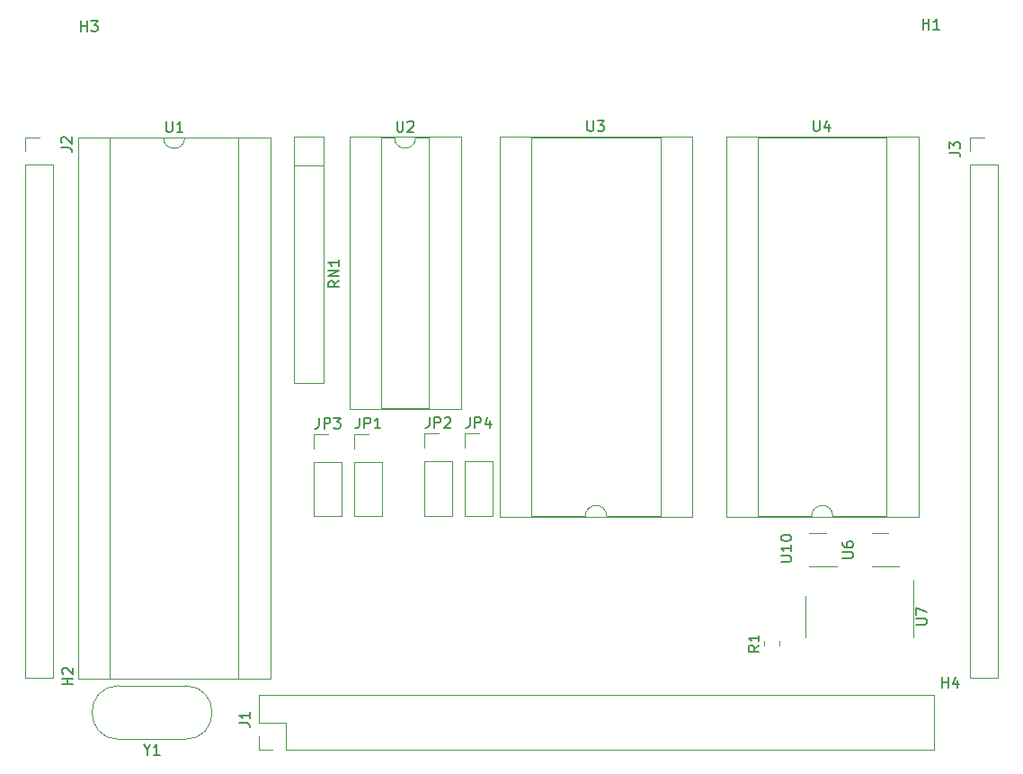
<source format=gbr>
%TF.GenerationSoftware,KiCad,Pcbnew,7.0.7*%
%TF.CreationDate,2023-10-02T10:19:24+01:00*%
%TF.ProjectId,8052-MCU,38303532-2d4d-4435-952e-6b696361645f,0.1*%
%TF.SameCoordinates,Original*%
%TF.FileFunction,Legend,Top*%
%TF.FilePolarity,Positive*%
%FSLAX46Y46*%
G04 Gerber Fmt 4.6, Leading zero omitted, Abs format (unit mm)*
G04 Created by KiCad (PCBNEW 7.0.7) date 2023-10-02 10:19:24*
%MOMM*%
%LPD*%
G01*
G04 APERTURE LIST*
%ADD10C,0.150000*%
%ADD11C,0.120000*%
G04 APERTURE END LIST*
D10*
X89698095Y-52099819D02*
X89698095Y-52909342D01*
X89698095Y-52909342D02*
X89745714Y-53004580D01*
X89745714Y-53004580D02*
X89793333Y-53052200D01*
X89793333Y-53052200D02*
X89888571Y-53099819D01*
X89888571Y-53099819D02*
X90079047Y-53099819D01*
X90079047Y-53099819D02*
X90174285Y-53052200D01*
X90174285Y-53052200D02*
X90221904Y-53004580D01*
X90221904Y-53004580D02*
X90269523Y-52909342D01*
X90269523Y-52909342D02*
X90269523Y-52099819D01*
X90698095Y-52195057D02*
X90745714Y-52147438D01*
X90745714Y-52147438D02*
X90840952Y-52099819D01*
X90840952Y-52099819D02*
X91079047Y-52099819D01*
X91079047Y-52099819D02*
X91174285Y-52147438D01*
X91174285Y-52147438D02*
X91221904Y-52195057D01*
X91221904Y-52195057D02*
X91269523Y-52290295D01*
X91269523Y-52290295D02*
X91269523Y-52385533D01*
X91269523Y-52385533D02*
X91221904Y-52528390D01*
X91221904Y-52528390D02*
X90650476Y-53099819D01*
X90650476Y-53099819D02*
X91269523Y-53099819D01*
X141038095Y-105454819D02*
X141038095Y-104454819D01*
X141038095Y-104931009D02*
X141609523Y-104931009D01*
X141609523Y-105454819D02*
X141609523Y-104454819D01*
X142514285Y-104788152D02*
X142514285Y-105454819D01*
X142276190Y-104407200D02*
X142038095Y-105121485D01*
X142038095Y-105121485D02*
X142657142Y-105121485D01*
X59154819Y-105161904D02*
X58154819Y-105161904D01*
X58631009Y-105161904D02*
X58631009Y-104590476D01*
X59154819Y-104590476D02*
X58154819Y-104590476D01*
X58250057Y-104161904D02*
X58202438Y-104114285D01*
X58202438Y-104114285D02*
X58154819Y-104019047D01*
X58154819Y-104019047D02*
X58154819Y-103780952D01*
X58154819Y-103780952D02*
X58202438Y-103685714D01*
X58202438Y-103685714D02*
X58250057Y-103638095D01*
X58250057Y-103638095D02*
X58345295Y-103590476D01*
X58345295Y-103590476D02*
X58440533Y-103590476D01*
X58440533Y-103590476D02*
X58583390Y-103638095D01*
X58583390Y-103638095D02*
X59154819Y-104209523D01*
X59154819Y-104209523D02*
X59154819Y-103590476D01*
X92766666Y-79994819D02*
X92766666Y-80709104D01*
X92766666Y-80709104D02*
X92719047Y-80851961D01*
X92719047Y-80851961D02*
X92623809Y-80947200D01*
X92623809Y-80947200D02*
X92480952Y-80994819D01*
X92480952Y-80994819D02*
X92385714Y-80994819D01*
X93242857Y-80994819D02*
X93242857Y-79994819D01*
X93242857Y-79994819D02*
X93623809Y-79994819D01*
X93623809Y-79994819D02*
X93719047Y-80042438D01*
X93719047Y-80042438D02*
X93766666Y-80090057D01*
X93766666Y-80090057D02*
X93814285Y-80185295D01*
X93814285Y-80185295D02*
X93814285Y-80328152D01*
X93814285Y-80328152D02*
X93766666Y-80423390D01*
X93766666Y-80423390D02*
X93719047Y-80471009D01*
X93719047Y-80471009D02*
X93623809Y-80518628D01*
X93623809Y-80518628D02*
X93242857Y-80518628D01*
X94195238Y-80090057D02*
X94242857Y-80042438D01*
X94242857Y-80042438D02*
X94338095Y-79994819D01*
X94338095Y-79994819D02*
X94576190Y-79994819D01*
X94576190Y-79994819D02*
X94671428Y-80042438D01*
X94671428Y-80042438D02*
X94719047Y-80090057D01*
X94719047Y-80090057D02*
X94766666Y-80185295D01*
X94766666Y-80185295D02*
X94766666Y-80280533D01*
X94766666Y-80280533D02*
X94719047Y-80423390D01*
X94719047Y-80423390D02*
X94147619Y-80994819D01*
X94147619Y-80994819D02*
X94766666Y-80994819D01*
X67958095Y-52124819D02*
X67958095Y-52934342D01*
X67958095Y-52934342D02*
X68005714Y-53029580D01*
X68005714Y-53029580D02*
X68053333Y-53077200D01*
X68053333Y-53077200D02*
X68148571Y-53124819D01*
X68148571Y-53124819D02*
X68339047Y-53124819D01*
X68339047Y-53124819D02*
X68434285Y-53077200D01*
X68434285Y-53077200D02*
X68481904Y-53029580D01*
X68481904Y-53029580D02*
X68529523Y-52934342D01*
X68529523Y-52934342D02*
X68529523Y-52124819D01*
X69529523Y-53124819D02*
X68958095Y-53124819D01*
X69243809Y-53124819D02*
X69243809Y-52124819D01*
X69243809Y-52124819D02*
X69148571Y-52267676D01*
X69148571Y-52267676D02*
X69053333Y-52362914D01*
X69053333Y-52362914D02*
X68958095Y-52410533D01*
X96566666Y-79994819D02*
X96566666Y-80709104D01*
X96566666Y-80709104D02*
X96519047Y-80851961D01*
X96519047Y-80851961D02*
X96423809Y-80947200D01*
X96423809Y-80947200D02*
X96280952Y-80994819D01*
X96280952Y-80994819D02*
X96185714Y-80994819D01*
X97042857Y-80994819D02*
X97042857Y-79994819D01*
X97042857Y-79994819D02*
X97423809Y-79994819D01*
X97423809Y-79994819D02*
X97519047Y-80042438D01*
X97519047Y-80042438D02*
X97566666Y-80090057D01*
X97566666Y-80090057D02*
X97614285Y-80185295D01*
X97614285Y-80185295D02*
X97614285Y-80328152D01*
X97614285Y-80328152D02*
X97566666Y-80423390D01*
X97566666Y-80423390D02*
X97519047Y-80471009D01*
X97519047Y-80471009D02*
X97423809Y-80518628D01*
X97423809Y-80518628D02*
X97042857Y-80518628D01*
X98471428Y-80328152D02*
X98471428Y-80994819D01*
X98233333Y-79947200D02*
X97995238Y-80661485D01*
X97995238Y-80661485D02*
X98614285Y-80661485D01*
X131654819Y-93261904D02*
X132464342Y-93261904D01*
X132464342Y-93261904D02*
X132559580Y-93214285D01*
X132559580Y-93214285D02*
X132607200Y-93166666D01*
X132607200Y-93166666D02*
X132654819Y-93071428D01*
X132654819Y-93071428D02*
X132654819Y-92880952D01*
X132654819Y-92880952D02*
X132607200Y-92785714D01*
X132607200Y-92785714D02*
X132559580Y-92738095D01*
X132559580Y-92738095D02*
X132464342Y-92690476D01*
X132464342Y-92690476D02*
X131654819Y-92690476D01*
X131654819Y-91785714D02*
X131654819Y-91976190D01*
X131654819Y-91976190D02*
X131702438Y-92071428D01*
X131702438Y-92071428D02*
X131750057Y-92119047D01*
X131750057Y-92119047D02*
X131892914Y-92214285D01*
X131892914Y-92214285D02*
X132083390Y-92261904D01*
X132083390Y-92261904D02*
X132464342Y-92261904D01*
X132464342Y-92261904D02*
X132559580Y-92214285D01*
X132559580Y-92214285D02*
X132607200Y-92166666D01*
X132607200Y-92166666D02*
X132654819Y-92071428D01*
X132654819Y-92071428D02*
X132654819Y-91880952D01*
X132654819Y-91880952D02*
X132607200Y-91785714D01*
X132607200Y-91785714D02*
X132559580Y-91738095D01*
X132559580Y-91738095D02*
X132464342Y-91690476D01*
X132464342Y-91690476D02*
X132226247Y-91690476D01*
X132226247Y-91690476D02*
X132131009Y-91738095D01*
X132131009Y-91738095D02*
X132083390Y-91785714D01*
X132083390Y-91785714D02*
X132035771Y-91880952D01*
X132035771Y-91880952D02*
X132035771Y-92071428D01*
X132035771Y-92071428D02*
X132083390Y-92166666D01*
X132083390Y-92166666D02*
X132131009Y-92214285D01*
X132131009Y-92214285D02*
X132226247Y-92261904D01*
X128938095Y-52054819D02*
X128938095Y-52864342D01*
X128938095Y-52864342D02*
X128985714Y-52959580D01*
X128985714Y-52959580D02*
X129033333Y-53007200D01*
X129033333Y-53007200D02*
X129128571Y-53054819D01*
X129128571Y-53054819D02*
X129319047Y-53054819D01*
X129319047Y-53054819D02*
X129414285Y-53007200D01*
X129414285Y-53007200D02*
X129461904Y-52959580D01*
X129461904Y-52959580D02*
X129509523Y-52864342D01*
X129509523Y-52864342D02*
X129509523Y-52054819D01*
X130414285Y-52388152D02*
X130414285Y-53054819D01*
X130176190Y-52007200D02*
X129938095Y-52721485D01*
X129938095Y-52721485D02*
X130557142Y-52721485D01*
X141754819Y-55073333D02*
X142469104Y-55073333D01*
X142469104Y-55073333D02*
X142611961Y-55120952D01*
X142611961Y-55120952D02*
X142707200Y-55216190D01*
X142707200Y-55216190D02*
X142754819Y-55359047D01*
X142754819Y-55359047D02*
X142754819Y-55454285D01*
X141754819Y-54692380D02*
X141754819Y-54073333D01*
X141754819Y-54073333D02*
X142135771Y-54406666D01*
X142135771Y-54406666D02*
X142135771Y-54263809D01*
X142135771Y-54263809D02*
X142183390Y-54168571D01*
X142183390Y-54168571D02*
X142231009Y-54120952D01*
X142231009Y-54120952D02*
X142326247Y-54073333D01*
X142326247Y-54073333D02*
X142564342Y-54073333D01*
X142564342Y-54073333D02*
X142659580Y-54120952D01*
X142659580Y-54120952D02*
X142707200Y-54168571D01*
X142707200Y-54168571D02*
X142754819Y-54263809D01*
X142754819Y-54263809D02*
X142754819Y-54549523D01*
X142754819Y-54549523D02*
X142707200Y-54644761D01*
X142707200Y-54644761D02*
X142659580Y-54692380D01*
X125854819Y-93588094D02*
X126664342Y-93588094D01*
X126664342Y-93588094D02*
X126759580Y-93540475D01*
X126759580Y-93540475D02*
X126807200Y-93492856D01*
X126807200Y-93492856D02*
X126854819Y-93397618D01*
X126854819Y-93397618D02*
X126854819Y-93207142D01*
X126854819Y-93207142D02*
X126807200Y-93111904D01*
X126807200Y-93111904D02*
X126759580Y-93064285D01*
X126759580Y-93064285D02*
X126664342Y-93016666D01*
X126664342Y-93016666D02*
X125854819Y-93016666D01*
X126854819Y-92016666D02*
X126854819Y-92588094D01*
X126854819Y-92302380D02*
X125854819Y-92302380D01*
X125854819Y-92302380D02*
X125997676Y-92397618D01*
X125997676Y-92397618D02*
X126092914Y-92492856D01*
X126092914Y-92492856D02*
X126140533Y-92588094D01*
X125854819Y-91397618D02*
X125854819Y-91302380D01*
X125854819Y-91302380D02*
X125902438Y-91207142D01*
X125902438Y-91207142D02*
X125950057Y-91159523D01*
X125950057Y-91159523D02*
X126045295Y-91111904D01*
X126045295Y-91111904D02*
X126235771Y-91064285D01*
X126235771Y-91064285D02*
X126473866Y-91064285D01*
X126473866Y-91064285D02*
X126664342Y-91111904D01*
X126664342Y-91111904D02*
X126759580Y-91159523D01*
X126759580Y-91159523D02*
X126807200Y-91207142D01*
X126807200Y-91207142D02*
X126854819Y-91302380D01*
X126854819Y-91302380D02*
X126854819Y-91397618D01*
X126854819Y-91397618D02*
X126807200Y-91492856D01*
X126807200Y-91492856D02*
X126759580Y-91540475D01*
X126759580Y-91540475D02*
X126664342Y-91588094D01*
X126664342Y-91588094D02*
X126473866Y-91635713D01*
X126473866Y-91635713D02*
X126235771Y-91635713D01*
X126235771Y-91635713D02*
X126045295Y-91588094D01*
X126045295Y-91588094D02*
X125950057Y-91540475D01*
X125950057Y-91540475D02*
X125902438Y-91492856D01*
X125902438Y-91492856D02*
X125854819Y-91397618D01*
X139238095Y-43454819D02*
X139238095Y-42454819D01*
X139238095Y-42931009D02*
X139809523Y-42931009D01*
X139809523Y-43454819D02*
X139809523Y-42454819D01*
X140809523Y-43454819D02*
X140238095Y-43454819D01*
X140523809Y-43454819D02*
X140523809Y-42454819D01*
X140523809Y-42454819D02*
X140428571Y-42597676D01*
X140428571Y-42597676D02*
X140333333Y-42692914D01*
X140333333Y-42692914D02*
X140238095Y-42740533D01*
X138589819Y-99536904D02*
X139399342Y-99536904D01*
X139399342Y-99536904D02*
X139494580Y-99489285D01*
X139494580Y-99489285D02*
X139542200Y-99441666D01*
X139542200Y-99441666D02*
X139589819Y-99346428D01*
X139589819Y-99346428D02*
X139589819Y-99155952D01*
X139589819Y-99155952D02*
X139542200Y-99060714D01*
X139542200Y-99060714D02*
X139494580Y-99013095D01*
X139494580Y-99013095D02*
X139399342Y-98965476D01*
X139399342Y-98965476D02*
X138589819Y-98965476D01*
X138589819Y-98584523D02*
X138589819Y-97917857D01*
X138589819Y-97917857D02*
X139589819Y-98346428D01*
X58054819Y-54583333D02*
X58769104Y-54583333D01*
X58769104Y-54583333D02*
X58911961Y-54630952D01*
X58911961Y-54630952D02*
X59007200Y-54726190D01*
X59007200Y-54726190D02*
X59054819Y-54869047D01*
X59054819Y-54869047D02*
X59054819Y-54964285D01*
X58150057Y-54154761D02*
X58102438Y-54107142D01*
X58102438Y-54107142D02*
X58054819Y-54011904D01*
X58054819Y-54011904D02*
X58054819Y-53773809D01*
X58054819Y-53773809D02*
X58102438Y-53678571D01*
X58102438Y-53678571D02*
X58150057Y-53630952D01*
X58150057Y-53630952D02*
X58245295Y-53583333D01*
X58245295Y-53583333D02*
X58340533Y-53583333D01*
X58340533Y-53583333D02*
X58483390Y-53630952D01*
X58483390Y-53630952D02*
X59054819Y-54202380D01*
X59054819Y-54202380D02*
X59054819Y-53583333D01*
X74854819Y-108783333D02*
X75569104Y-108783333D01*
X75569104Y-108783333D02*
X75711961Y-108830952D01*
X75711961Y-108830952D02*
X75807200Y-108926190D01*
X75807200Y-108926190D02*
X75854819Y-109069047D01*
X75854819Y-109069047D02*
X75854819Y-109164285D01*
X75854819Y-107783333D02*
X75854819Y-108354761D01*
X75854819Y-108069047D02*
X74854819Y-108069047D01*
X74854819Y-108069047D02*
X74997676Y-108164285D01*
X74997676Y-108164285D02*
X75092914Y-108259523D01*
X75092914Y-108259523D02*
X75140533Y-108354761D01*
X86166666Y-80034819D02*
X86166666Y-80749104D01*
X86166666Y-80749104D02*
X86119047Y-80891961D01*
X86119047Y-80891961D02*
X86023809Y-80987200D01*
X86023809Y-80987200D02*
X85880952Y-81034819D01*
X85880952Y-81034819D02*
X85785714Y-81034819D01*
X86642857Y-81034819D02*
X86642857Y-80034819D01*
X86642857Y-80034819D02*
X87023809Y-80034819D01*
X87023809Y-80034819D02*
X87119047Y-80082438D01*
X87119047Y-80082438D02*
X87166666Y-80130057D01*
X87166666Y-80130057D02*
X87214285Y-80225295D01*
X87214285Y-80225295D02*
X87214285Y-80368152D01*
X87214285Y-80368152D02*
X87166666Y-80463390D01*
X87166666Y-80463390D02*
X87119047Y-80511009D01*
X87119047Y-80511009D02*
X87023809Y-80558628D01*
X87023809Y-80558628D02*
X86642857Y-80558628D01*
X88166666Y-81034819D02*
X87595238Y-81034819D01*
X87880952Y-81034819D02*
X87880952Y-80034819D01*
X87880952Y-80034819D02*
X87785714Y-80177676D01*
X87785714Y-80177676D02*
X87690476Y-80272914D01*
X87690476Y-80272914D02*
X87595238Y-80320533D01*
X84254819Y-67145476D02*
X83778628Y-67478809D01*
X84254819Y-67716904D02*
X83254819Y-67716904D01*
X83254819Y-67716904D02*
X83254819Y-67335952D01*
X83254819Y-67335952D02*
X83302438Y-67240714D01*
X83302438Y-67240714D02*
X83350057Y-67193095D01*
X83350057Y-67193095D02*
X83445295Y-67145476D01*
X83445295Y-67145476D02*
X83588152Y-67145476D01*
X83588152Y-67145476D02*
X83683390Y-67193095D01*
X83683390Y-67193095D02*
X83731009Y-67240714D01*
X83731009Y-67240714D02*
X83778628Y-67335952D01*
X83778628Y-67335952D02*
X83778628Y-67716904D01*
X84254819Y-66716904D02*
X83254819Y-66716904D01*
X83254819Y-66716904D02*
X84254819Y-66145476D01*
X84254819Y-66145476D02*
X83254819Y-66145476D01*
X84254819Y-65145476D02*
X84254819Y-65716904D01*
X84254819Y-65431190D02*
X83254819Y-65431190D01*
X83254819Y-65431190D02*
X83397676Y-65526428D01*
X83397676Y-65526428D02*
X83492914Y-65621666D01*
X83492914Y-65621666D02*
X83540533Y-65716904D01*
X107638095Y-52054819D02*
X107638095Y-52864342D01*
X107638095Y-52864342D02*
X107685714Y-52959580D01*
X107685714Y-52959580D02*
X107733333Y-53007200D01*
X107733333Y-53007200D02*
X107828571Y-53054819D01*
X107828571Y-53054819D02*
X108019047Y-53054819D01*
X108019047Y-53054819D02*
X108114285Y-53007200D01*
X108114285Y-53007200D02*
X108161904Y-52959580D01*
X108161904Y-52959580D02*
X108209523Y-52864342D01*
X108209523Y-52864342D02*
X108209523Y-52054819D01*
X108590476Y-52054819D02*
X109209523Y-52054819D01*
X109209523Y-52054819D02*
X108876190Y-52435771D01*
X108876190Y-52435771D02*
X109019047Y-52435771D01*
X109019047Y-52435771D02*
X109114285Y-52483390D01*
X109114285Y-52483390D02*
X109161904Y-52531009D01*
X109161904Y-52531009D02*
X109209523Y-52626247D01*
X109209523Y-52626247D02*
X109209523Y-52864342D01*
X109209523Y-52864342D02*
X109161904Y-52959580D01*
X109161904Y-52959580D02*
X109114285Y-53007200D01*
X109114285Y-53007200D02*
X109019047Y-53054819D01*
X109019047Y-53054819D02*
X108733333Y-53054819D01*
X108733333Y-53054819D02*
X108638095Y-53007200D01*
X108638095Y-53007200D02*
X108590476Y-52959580D01*
X82366666Y-80049819D02*
X82366666Y-80764104D01*
X82366666Y-80764104D02*
X82319047Y-80906961D01*
X82319047Y-80906961D02*
X82223809Y-81002200D01*
X82223809Y-81002200D02*
X82080952Y-81049819D01*
X82080952Y-81049819D02*
X81985714Y-81049819D01*
X82842857Y-81049819D02*
X82842857Y-80049819D01*
X82842857Y-80049819D02*
X83223809Y-80049819D01*
X83223809Y-80049819D02*
X83319047Y-80097438D01*
X83319047Y-80097438D02*
X83366666Y-80145057D01*
X83366666Y-80145057D02*
X83414285Y-80240295D01*
X83414285Y-80240295D02*
X83414285Y-80383152D01*
X83414285Y-80383152D02*
X83366666Y-80478390D01*
X83366666Y-80478390D02*
X83319047Y-80526009D01*
X83319047Y-80526009D02*
X83223809Y-80573628D01*
X83223809Y-80573628D02*
X82842857Y-80573628D01*
X83747619Y-80049819D02*
X84366666Y-80049819D01*
X84366666Y-80049819D02*
X84033333Y-80430771D01*
X84033333Y-80430771D02*
X84176190Y-80430771D01*
X84176190Y-80430771D02*
X84271428Y-80478390D01*
X84271428Y-80478390D02*
X84319047Y-80526009D01*
X84319047Y-80526009D02*
X84366666Y-80621247D01*
X84366666Y-80621247D02*
X84366666Y-80859342D01*
X84366666Y-80859342D02*
X84319047Y-80954580D01*
X84319047Y-80954580D02*
X84271428Y-81002200D01*
X84271428Y-81002200D02*
X84176190Y-81049819D01*
X84176190Y-81049819D02*
X83890476Y-81049819D01*
X83890476Y-81049819D02*
X83795238Y-81002200D01*
X83795238Y-81002200D02*
X83747619Y-80954580D01*
X66158809Y-111303628D02*
X66158809Y-111779819D01*
X65825476Y-110779819D02*
X66158809Y-111303628D01*
X66158809Y-111303628D02*
X66492142Y-110779819D01*
X67349285Y-111779819D02*
X66777857Y-111779819D01*
X67063571Y-111779819D02*
X67063571Y-110779819D01*
X67063571Y-110779819D02*
X66968333Y-110922676D01*
X66968333Y-110922676D02*
X66873095Y-111017914D01*
X66873095Y-111017914D02*
X66777857Y-111065533D01*
X59938095Y-43654819D02*
X59938095Y-42654819D01*
X59938095Y-43131009D02*
X60509523Y-43131009D01*
X60509523Y-43654819D02*
X60509523Y-42654819D01*
X60890476Y-42654819D02*
X61509523Y-42654819D01*
X61509523Y-42654819D02*
X61176190Y-43035771D01*
X61176190Y-43035771D02*
X61319047Y-43035771D01*
X61319047Y-43035771D02*
X61414285Y-43083390D01*
X61414285Y-43083390D02*
X61461904Y-43131009D01*
X61461904Y-43131009D02*
X61509523Y-43226247D01*
X61509523Y-43226247D02*
X61509523Y-43464342D01*
X61509523Y-43464342D02*
X61461904Y-43559580D01*
X61461904Y-43559580D02*
X61414285Y-43607200D01*
X61414285Y-43607200D02*
X61319047Y-43654819D01*
X61319047Y-43654819D02*
X61033333Y-43654819D01*
X61033333Y-43654819D02*
X60938095Y-43607200D01*
X60938095Y-43607200D02*
X60890476Y-43559580D01*
X123804819Y-101466666D02*
X123328628Y-101799999D01*
X123804819Y-102038094D02*
X122804819Y-102038094D01*
X122804819Y-102038094D02*
X122804819Y-101657142D01*
X122804819Y-101657142D02*
X122852438Y-101561904D01*
X122852438Y-101561904D02*
X122900057Y-101514285D01*
X122900057Y-101514285D02*
X122995295Y-101466666D01*
X122995295Y-101466666D02*
X123138152Y-101466666D01*
X123138152Y-101466666D02*
X123233390Y-101514285D01*
X123233390Y-101514285D02*
X123281009Y-101561904D01*
X123281009Y-101561904D02*
X123328628Y-101657142D01*
X123328628Y-101657142D02*
X123328628Y-102038094D01*
X123804819Y-100514285D02*
X123804819Y-101085713D01*
X123804819Y-100799999D02*
X122804819Y-100799999D01*
X122804819Y-100799999D02*
X122947676Y-100895237D01*
X122947676Y-100895237D02*
X123042914Y-100990475D01*
X123042914Y-100990475D02*
X123090533Y-101085713D01*
D11*
%TO.C,U2*%
X85210000Y-53585000D02*
X85210000Y-79225000D01*
X85210000Y-79225000D02*
X95710000Y-79225000D01*
X88210000Y-53645000D02*
X88210000Y-79165000D01*
X88210000Y-79165000D02*
X92710000Y-79165000D01*
X89460000Y-53645000D02*
X88210000Y-53645000D01*
X92710000Y-53645000D02*
X91460000Y-53645000D01*
X92710000Y-79165000D02*
X92710000Y-53645000D01*
X95710000Y-53585000D02*
X85210000Y-53585000D01*
X95710000Y-79225000D02*
X95710000Y-53585000D01*
X89460000Y-53645000D02*
G75*
G03*
X91460000Y-53645000I1000000J0D01*
G01*
%TO.C,JP2*%
X92270000Y-81540000D02*
X93600000Y-81540000D01*
X92270000Y-82870000D02*
X92270000Y-81540000D01*
X92270000Y-84140000D02*
X92270000Y-89280000D01*
X92270000Y-84140000D02*
X94930000Y-84140000D01*
X92270000Y-89280000D02*
X94930000Y-89280000D01*
X94930000Y-84140000D02*
X94930000Y-89280000D01*
%TO.C,U1*%
X59660000Y-53610000D02*
X59660000Y-104650000D01*
X59660000Y-104650000D02*
X77780000Y-104650000D01*
X62660000Y-53670000D02*
X62660000Y-104590000D01*
X62660000Y-104590000D02*
X74780000Y-104590000D01*
X67720000Y-53670000D02*
X62660000Y-53670000D01*
X74780000Y-53670000D02*
X69720000Y-53670000D01*
X74780000Y-104590000D02*
X74780000Y-53670000D01*
X77780000Y-53610000D02*
X59660000Y-53610000D01*
X77780000Y-104650000D02*
X77780000Y-53610000D01*
X67720000Y-53670000D02*
G75*
G03*
X69720000Y-53670000I1000000J0D01*
G01*
%TO.C,JP4*%
X96070000Y-81540000D02*
X97400000Y-81540000D01*
X96070000Y-82870000D02*
X96070000Y-81540000D01*
X96070000Y-84140000D02*
X96070000Y-89280000D01*
X96070000Y-84140000D02*
X98730000Y-84140000D01*
X96070000Y-89280000D02*
X98730000Y-89280000D01*
X98730000Y-84140000D02*
X98730000Y-89280000D01*
%TO.C,U6*%
X135200000Y-94060000D02*
X137000000Y-94060000D01*
X135200000Y-94060000D02*
X134400000Y-94060000D01*
X135200000Y-90940000D02*
X136000000Y-90940000D01*
X135200000Y-90940000D02*
X134400000Y-90940000D01*
%TO.C,U4*%
X138815000Y-89365000D02*
X138815000Y-53565000D01*
X138815000Y-53565000D02*
X120695000Y-53565000D01*
X135815000Y-89305000D02*
X135815000Y-53625000D01*
X135815000Y-53625000D02*
X123695000Y-53625000D01*
X130755000Y-89305000D02*
X135815000Y-89305000D01*
X123695000Y-89305000D02*
X128755000Y-89305000D01*
X123695000Y-53625000D02*
X123695000Y-89305000D01*
X120695000Y-89365000D02*
X138815000Y-89365000D01*
X120695000Y-53565000D02*
X120695000Y-89365000D01*
X130755000Y-89305000D02*
G75*
G03*
X128755000Y-89305000I-1000000J0D01*
G01*
%TO.C,J3*%
X143670000Y-53610000D02*
X145000000Y-53610000D01*
X143670000Y-54940000D02*
X143670000Y-53610000D01*
X143670000Y-56210000D02*
X143670000Y-104530000D01*
X143670000Y-56210000D02*
X146330000Y-56210000D01*
X143670000Y-104530000D02*
X146330000Y-104530000D01*
X146330000Y-56210000D02*
X146330000Y-104530000D01*
%TO.C,U10*%
X129337500Y-94060000D02*
X131137500Y-94060000D01*
X129337500Y-94060000D02*
X128537500Y-94060000D01*
X129337500Y-90940000D02*
X130137500Y-90940000D01*
X129337500Y-90940000D02*
X128537500Y-90940000D01*
%TO.C,U7*%
X138295000Y-98775000D02*
X138295000Y-95325000D01*
X138295000Y-98775000D02*
X138295000Y-100725000D01*
X128175000Y-98775000D02*
X128175000Y-96825000D01*
X128175000Y-98775000D02*
X128175000Y-100725000D01*
%TO.C,J2*%
X54670000Y-53620000D02*
X56000000Y-53620000D01*
X54670000Y-54950000D02*
X54670000Y-53620000D01*
X54670000Y-56220000D02*
X54670000Y-104540000D01*
X54670000Y-56220000D02*
X57330000Y-56220000D01*
X54670000Y-104540000D02*
X57330000Y-104540000D01*
X57330000Y-56220000D02*
X57330000Y-104540000D01*
%TO.C,J1*%
X76670000Y-111330000D02*
X76670000Y-110000000D01*
X78000000Y-111330000D02*
X76670000Y-111330000D01*
X79270000Y-111330000D02*
X140290000Y-111330000D01*
X79270000Y-111330000D02*
X79270000Y-108730000D01*
X140290000Y-111330000D02*
X140290000Y-106130000D01*
X76670000Y-108730000D02*
X76670000Y-106130000D01*
X79270000Y-108730000D02*
X76670000Y-108730000D01*
X76670000Y-106130000D02*
X140290000Y-106130000D01*
%TO.C,JP1*%
X85670000Y-81580000D02*
X87000000Y-81580000D01*
X85670000Y-82910000D02*
X85670000Y-81580000D01*
X85670000Y-84180000D02*
X85670000Y-89320000D01*
X85670000Y-84180000D02*
X88330000Y-84180000D01*
X85670000Y-89320000D02*
X88330000Y-89320000D01*
X88330000Y-84180000D02*
X88330000Y-89320000D01*
%TO.C,RN1*%
X82800000Y-53585000D02*
X80000000Y-53585000D01*
X80000000Y-53585000D02*
X80000000Y-76785000D01*
X82800000Y-56295000D02*
X80000000Y-56295000D01*
X82800000Y-76785000D02*
X82800000Y-53585000D01*
X80000000Y-76785000D02*
X82800000Y-76785000D01*
%TO.C,U3*%
X117515000Y-89365000D02*
X117515000Y-53565000D01*
X117515000Y-53565000D02*
X99395000Y-53565000D01*
X114515000Y-89305000D02*
X114515000Y-53625000D01*
X114515000Y-53625000D02*
X102395000Y-53625000D01*
X109455000Y-89305000D02*
X114515000Y-89305000D01*
X102395000Y-89305000D02*
X107455000Y-89305000D01*
X102395000Y-53625000D02*
X102395000Y-89305000D01*
X99395000Y-89365000D02*
X117515000Y-89365000D01*
X99395000Y-53565000D02*
X99395000Y-89365000D01*
X109455000Y-89305000D02*
G75*
G03*
X107455000Y-89305000I-1000000J0D01*
G01*
%TO.C,JP3*%
X81870000Y-81595000D02*
X83200000Y-81595000D01*
X81870000Y-82925000D02*
X81870000Y-81595000D01*
X81870000Y-84195000D02*
X81870000Y-89335000D01*
X81870000Y-84195000D02*
X84530000Y-84195000D01*
X81870000Y-89335000D02*
X84530000Y-89335000D01*
X84530000Y-84195000D02*
X84530000Y-89335000D01*
%TO.C,Y1*%
X69760000Y-110325000D02*
X63510000Y-110325000D01*
X69760000Y-105275000D02*
X63510000Y-105275000D01*
X69760000Y-110325000D02*
G75*
G03*
X69760000Y-105275000I0J2525000D01*
G01*
X63510000Y-105275000D02*
G75*
G03*
X63510000Y-110325000I0J-2525000D01*
G01*
%TO.C,R1*%
X124265000Y-101527064D02*
X124265000Y-101072936D01*
X125735000Y-101527064D02*
X125735000Y-101072936D01*
%TD*%
M02*

</source>
